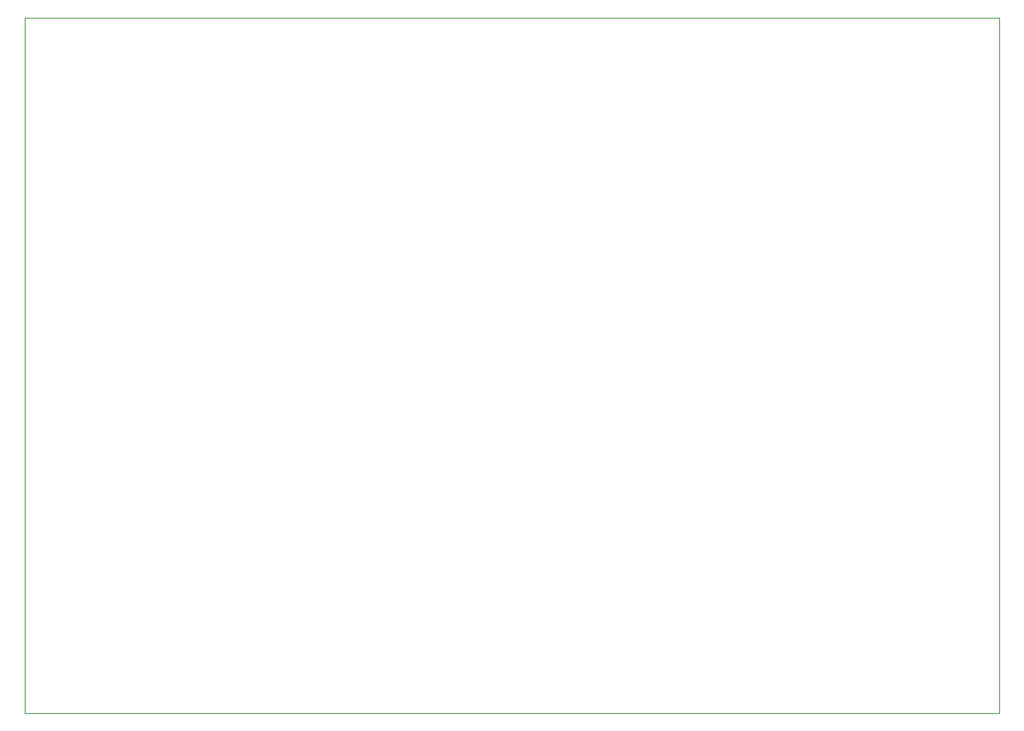
<source format=gbr>
G04 #@! TF.FileFunction,Profile,NP*
%FSLAX46Y46*%
G04 Gerber Fmt 4.6, Leading zero omitted, Abs format (unit mm)*
G04 Created by KiCad (PCBNEW 4.0.7) date 03/04/18 13:02:16*
%MOMM*%
%LPD*%
G01*
G04 APERTURE LIST*
%ADD10C,0.100000*%
G04 APERTURE END LIST*
D10*
X120396000Y-51308000D02*
X120396000Y-127508000D01*
X227076000Y-51308000D02*
X227076000Y-127508000D01*
X120396000Y-51308000D02*
X227076000Y-51308000D01*
X227076000Y-127508000D02*
X120396000Y-127508000D01*
M02*

</source>
